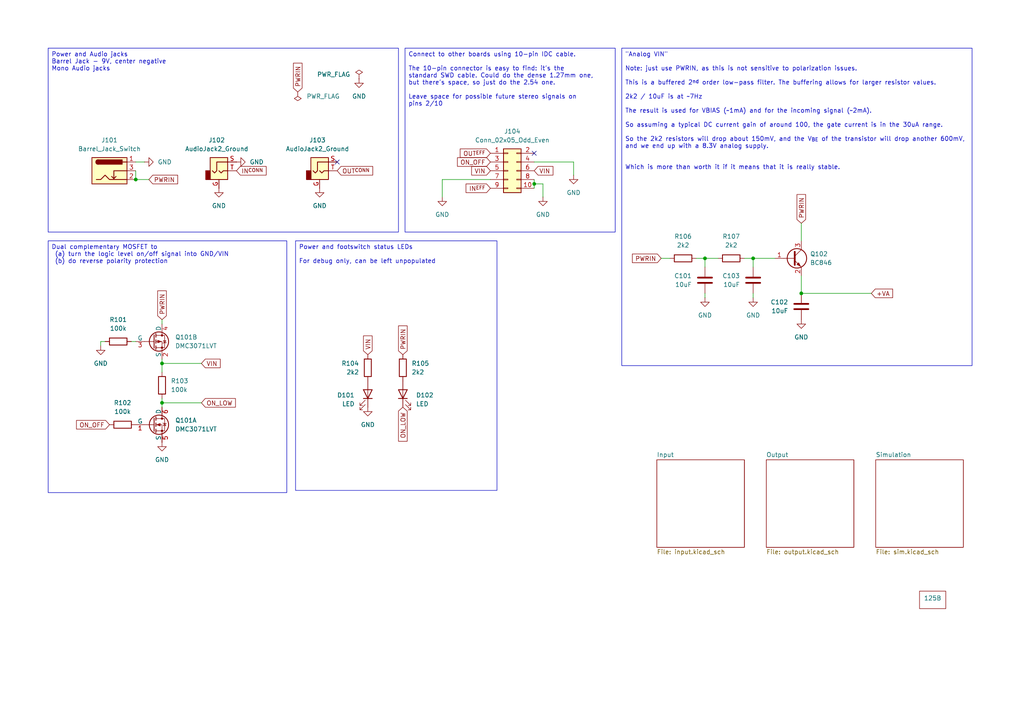
<source format=kicad_sch>
(kicad_sch (version 20250114) (generator "eeschema") (generator_version "9.0")
  (paper "A4")
  (title_block (title "Pedal Input board") (date "2025-08-18") (rev "v1.0"))
  (lib_symbols
    (symbol "Connector:Barrel_Jack_Switch" (pin_names (hide yes))
      (property "Reference" "J" (at 0 5.334 0))
      (property "Value" "Barrel_Jack_Switch" (at 0 -5.08 0))
      (symbol "Barrel_Jack_Switch_0_1"
        (rectangle (start -5.08 3.81) (end 5.08 -3.81) (stroke (width 0.254)) (fill (type background)))
        (polyline (pts (xy -3.81 -2.54) (xy -2.54 -2.54) (xy -1.27 -1.27) (xy 0 -2.54) (xy 2.54 -2.54) (xy 5.08 -2.54)) (stroke (width 0.254)))
        (arc (start -3.302 1.905) (mid -3.9343 2.54) (end -3.302 3.175) (stroke (width 0.254)))
        (arc (start -3.302 1.905) (mid -3.9343 2.54) (end -3.302 3.175) (stroke (width 0.254)) (fill (type outline)))
        (polyline (pts (xy 1.27 -2.286) (xy 1.905 -1.651)) (stroke (width 0.254)))
        (rectangle (start 3.683 3.175) (end -3.302 1.905) (stroke (width 0.254)) (fill (type outline)))
        (polyline (pts (xy 5.08 2.54) (xy 3.81 2.54)) (stroke (width 0.254)))
        (polyline (pts (xy 5.08 0) (xy 1.27 0) (xy 1.27 -2.286) (xy 0.635 -1.651)) (stroke (width 0.254)))
      )
      (symbol "Barrel_Jack_Switch_1_1"
        (pin passive line (at 7.62 2.54 180) (length 2.54) (name "~") (number "1"))
        (pin passive line (at 7.62 0 180) (length 2.54) (name "~") (number "3"))
        (pin passive line (at 7.62 -2.54 180) (length 2.54) (name "~") (number "2"))
      )
    )
    (symbol "Connector_Audio:AudioJack2_Ground"
      (property "Reference" "J" (at 0 8.89 0))
      (property "Value" "AudioJack2_Ground" (at 0 6.35 0))
      (symbol "AudioJack2_Ground_0_1"
        (rectangle (start -2.54 -2.54) (end -3.81 0) (stroke (width 0.254)) (fill (type outline)))
        (polyline (pts (xy 0 0) (xy 0.635 -0.635) (xy 1.27 0) (xy 2.54 0)) (stroke (width 0.254)))
        (rectangle (start 2.54 3.81) (end -2.54 -2.54) (stroke (width 0.254)) (fill (type background)))
        (polyline (pts (xy 2.54 2.54) (xy -0.635 2.54) (xy -0.635 0) (xy -1.27 -0.635) (xy -1.905 0)) (stroke (width 0.254)))
      )
      (symbol "AudioJack2_Ground_1_1"
        (pin passive line (at 0 -5.08 90) (length 2.54) (name "~") (number "G"))
        (pin passive line (at 5.08 2.54 180) (length 2.54) (name "~") (number "S"))
        (pin passive line (at 5.08 0 180) (length 2.54) (name "~") (number "T"))
      )
    )
    (symbol "Connector_Generic:Conn_02x05_Odd_Even" (pin_names (offset 1.016) (hide yes))
      (property "Reference" "J" (at 1.27 7.62 0))
      (property "Value" "Conn_02x05_Odd_Even" (at 1.27 -7.62 0))
      (symbol "Conn_02x05_Odd_Even_1_1"
        (rectangle (start -1.27 6.35) (end 3.81 -6.35) (stroke (width 0.254)) (fill (type background)))
        (rectangle (start -1.27 5.207) (end 0 4.953) (stroke (width 0.1524)))
        (rectangle (start -1.27 2.667) (end 0 2.413) (stroke (width 0.1524)))
        (rectangle (start -1.27 0.127) (end 0 -0.127) (stroke (width 0.1524)))
        (rectangle (start -1.27 -2.413) (end 0 -2.667) (stroke (width 0.1524)))
        (rectangle (start -1.27 -4.953) (end 0 -5.207) (stroke (width 0.1524)))
        (rectangle (start 3.81 5.207) (end 2.54 4.953) (stroke (width 0.1524)))
        (rectangle (start 3.81 2.667) (end 2.54 2.413) (stroke (width 0.1524)))
        (rectangle (start 3.81 0.127) (end 2.54 -0.127) (stroke (width 0.1524)))
        (rectangle (start 3.81 -2.413) (end 2.54 -2.667) (stroke (width 0.1524)))
        (rectangle (start 3.81 -4.953) (end 2.54 -5.207) (stroke (width 0.1524)))
        (pin passive line (at -5.08 5.08 0) (length 3.81) (name "Pin_1") (number "1"))
        (pin passive line (at -5.08 2.54 0) (length 3.81) (name "Pin_3") (number "3"))
        (pin passive line (at -5.08 0 0) (length 3.81) (name "Pin_5") (number "5"))
        (pin passive line (at -5.08 -2.54 0) (length 3.81) (name "Pin_7") (number "7"))
        (pin passive line (at -5.08 -5.08 0) (length 3.81) (name "Pin_9") (number "9"))
        (pin passive line (at 7.62 5.08 180) (length 3.81) (name "Pin_2") (number "2"))
        (pin passive line (at 7.62 2.54 180) (length 3.81) (name "Pin_4") (number "4"))
        (pin passive line (at 7.62 0 180) (length 3.81) (name "Pin_6") (number "6"))
        (pin passive line (at 7.62 -2.54 180) (length 3.81) (name "Pin_8") (number "8"))
        (pin passive line (at 7.62 -5.08 180) (length 3.81) (name "Pin_10") (number "10"))
      )
    )
    (symbol "Device:C" (pin_numbers (hide yes)) (pin_names (offset 0.254))
      (property "Reference" "C" (at 0.635 2.54 0))
      (property "Value" "C" (at 0.635 -2.54 0))
      (symbol "C_0_1"
        (polyline (pts (xy -2.032 0.762) (xy 2.032 0.762)) (stroke (width 0.508)))
        (polyline (pts (xy -2.032 -0.762) (xy 2.032 -0.762)) (stroke (width 0.508)))
      )
      (symbol "C_1_1"
        (pin passive line (at 0 3.81 270) (length 2.794) (name "~") (number "1"))
        (pin passive line (at 0 -3.81 90) (length 2.794) (name "~") (number "2"))
      )
    )
    (symbol "Device:LED" (pin_numbers (hide yes)) (pin_names (offset 1.016) (hide yes))
      (property "Reference" "D" (at 0 2.54 0))
      (property "Value" "LED" (at 0 -2.54 0))
      (symbol "LED_0_1"
        (polyline (pts (xy -3.048 -0.762) (xy -4.572 -2.286) (xy -3.81 -2.286) (xy -4.572 -2.286) (xy -4.572 -1.524)))
        (polyline (pts (xy -1.778 -0.762) (xy -3.302 -2.286) (xy -2.54 -2.286) (xy -3.302 -2.286) (xy -3.302 -1.524)))
        (polyline (pts (xy -1.27 0) (xy 1.27 0)))
        (polyline (pts (xy -1.27 -1.27) (xy -1.27 1.27)) (stroke (width 0.254)))
        (polyline (pts (xy 1.27 -1.27) (xy 1.27 1.27) (xy -1.27 0) (xy 1.27 -1.27)) (stroke (width 0.254)))
      )
      (symbol "LED_1_1"
        (pin passive line (at -3.81 0 0) (length 2.54) (name "K") (number "1"))
        (pin passive line (at 3.81 0 180) (length 2.54) (name "A") (number "2"))
      )
    )
    (symbol "Device:R" (pin_numbers (hide yes)) (pin_names (offset 0))
      (property "Reference" "R" (at 2.032 0 90))
      (property "Value" "R" (at 0 0 90))
      (symbol "R_0_1"
        (rectangle (start -1.016 -2.54) (end 1.016 2.54) (stroke (width 0.254)))
      )
      (symbol "R_1_1"
        (pin passive line (at 0 3.81 270) (length 1.27) (name "~") (number "1"))
        (pin passive line (at 0 -3.81 90) (length 1.27) (name "~") (number "2"))
      )
    )
    (symbol "Mylib:DMC3071LVT" (pin_names (offset 0))
      (property "Reference" "Q" (at 2.54 1.905 0))
      (property "Value" "DMC3071LVT" (at 2.54 0 0))
      (symbol "DMC3071LVT_0_1"
        (polyline (pts (xy -2.286 1.905) (xy -2.286 -1.905)) (stroke (width 0.254)))
        (polyline (pts (xy -2.286 0) (xy -5.08 0)))
        (polyline (pts (xy -1.778 2.286) (xy -1.778 1.27)) (stroke (width 0.254)))
        (polyline (pts (xy -1.778 0.508) (xy -1.778 -0.508)) (stroke (width 0.254)))
        (polyline (pts (xy -1.778 -1.27) (xy -1.778 -2.286)) (stroke (width 0.254)))
        (polyline (pts (xy -1.778 -1.778) (xy 0.762 -1.778) (xy 0.762 1.778) (xy -1.778 1.778)))
        (circle (center -0.889 0) (radius 2.794) (stroke (width 0.254)))
        (polyline (pts (xy 0 2.54) (xy 0 1.778)))
        (circle (center 0 1.778) (radius 0.254) (fill (type outline)))
        (circle (center 0 -1.778) (radius 0.254) (fill (type outline)))
        (polyline (pts (xy 0 -2.54) (xy 0 0) (xy -1.778 0)))
      )
      (symbol "DMC3071LVT_1_1"
        (polyline (pts (xy -1.524 0) (xy -0.508 0.381) (xy -0.508 -0.381) (xy -1.524 0)) (fill (type outline)))
        (polyline (pts (xy 0.254 0.508) (xy 0.381 0.381) (xy 1.143 0.381) (xy 1.27 0.254)))
        (polyline (pts (xy 0.762 0.381) (xy 0.381 -0.254) (xy 1.143 -0.254) (xy 0.762 0.381)))
        (pin passive line (at -7.62 0 0) (length 2.54) (name "G") (number "1"))
        (pin passive line (at 0 5.08 270) (length 2.54) (name "D") (number "6"))
        (pin passive line (at 0 -5.08 90) (length 2.54) (name "S") (number "5"))
      )
      (symbol "DMC3071LVT_2_1"
        (polyline (pts (xy -0.254 0) (xy -1.27 0.381) (xy -1.27 -0.381) (xy -0.254 0)) (fill (type outline)))
        (polyline (pts (xy 0.254 -0.508) (xy 0.381 -0.381) (xy 1.143 -0.381) (xy 1.27 -0.254)))
        (polyline (pts (xy 0.762 -0.381) (xy 0.381 0.254) (xy 1.143 0.254) (xy 0.762 -0.381)))
        (pin passive line (at -7.62 0 0) (length 2.54) (name "G") (number "3"))
        (pin passive line (at 0 5.08 270) (length 2.54) (name "D") (number "4"))
        (pin passive line (at 0 -5.08 90) (length 2.54) (name "S") (number "2"))
      )
    )
    (symbol "Mylib:Enclosure_125B" (exclude_from_sim yes) (in_bom no)
      (property "Reference" "Box" (at 0 0 0))
      (property "Value" "125B" (at 0 -2.54 0))
      (symbol "Enclosure_125B_0_1"
        (rectangle (start -3.81 1.27) (end 3.81 -3.81))
      )
    )
    (symbol "Transistor_BJT:BC846" (pin_names (offset 0) (hide yes))
      (property "Reference" "Q" (at 5.08 1.905 0))
      (property "Value" "BC846" (at 5.08 0 0))
      (symbol "BC846_0_1"
        (polyline (pts (xy -2.54 0) (xy 0.635 0)))
        (polyline (pts (xy 0.635 1.905) (xy 0.635 -1.905)) (stroke (width 0.508)))
        (circle (center 1.27 0) (radius 2.8194) (stroke (width 0.254)))
      )
      (symbol "BC846_1_1"
        (polyline (pts (xy 0.635 0.635) (xy 2.54 2.54)))
        (polyline (pts (xy 0.635 -0.635) (xy 2.54 -2.54)))
        (polyline (pts (xy 1.27 -1.778) (xy 1.778 -1.27) (xy 2.286 -2.286) (xy 1.27 -1.778)) (fill (type outline)))
        (pin input line (at -5.08 0 0) (length 2.54) (name "B") (number "1"))
        (pin passive line (at 2.54 5.08 270) (length 2.54) (name "C") (number "3"))
        (pin passive line (at 2.54 -5.08 90) (length 2.54) (name "E") (number "2"))
      )
    )
    (symbol "power:GND" (power) (pin_numbers (hide yes)) (pin_names (offset 0) (hide yes))
      (property "Value" "GND" (at 0 -3.81 0))
      (symbol "GND_0_1"
        (polyline (pts (xy 0 0) (xy 0 -1.27) (xy 1.27 -1.27) (xy 0 -2.54) (xy -1.27 -1.27) (xy 0 -1.27)))
      )
      (symbol "GND_1_1"
        (pin power_in line (at 0 0 270) (length 0) (name "~") (number "1"))
      )
    )
    (symbol "power:PWR_FLAG" (power) (pin_numbers (hide yes)) (pin_names (offset 0) (hide yes))
      (property "Value" "PWR_FLAG" (at 0 3.81 0))
      (symbol "PWR_FLAG_0_0"
        (pin power_out line (at 0 0 90) (length 0) (name "~") (number "1"))
      )
      (symbol "PWR_FLAG_0_1"
        (polyline (pts (xy 0 0) (xy 0 1.27) (xy -1.016 1.905) (xy 0 2.54) (xy 1.016 1.905) (xy 0 1.27)))
      )
    )
  )
  (text_box "Power and Audio jacks\nBarrel Jack - 9V, center negative\nMono Audio jacks" (at 13.97 13.97 0) (size 101.6 53.34) (margins 0.9525 0.9525 0.9525 0.9525) (effects (font (size 1.27 1.27)) (justify left top)))
  (text_box "Dual complementary MOSFET to\n (a) turn the logic level on/off signal into GND/VIN\n (b) do reverse polarity protection" (at 13.97 69.85 0) (size 69.215 73.025) (margins 0.9525 0.9525 0.9525 0.9525) (effects (font (size 1.27 1.27)) (justify left top)))
  (text_box "\"Analog VIN\"\n\nNote: just use PWRIN, as this is not sensitive to polarization issues.\n\nThis is a buffered 2^{nd} order low-pass filter. The buffering allows for larger resistor values.\n\n2k2 / 10uF is at ~7Hz\n\nThe result is used for VBIAS (~1mA) and for the incoming signal (~2mA).\n\nSo assuming a typical DC current gain of around 100, the gate current is in the 30uA range.\n\nSo the 2k2 resistors will drop about 150mV, and the V_{BE} of the transistor will drop another 600mV, and we end up with a 8.3V analog supply. \n\n\nWhich is more than worth it if it means that it is really stable." (at 180.34 13.97 0) (size 101.6 92.075) (margins 0.9525 0.9525 0.9525 0.9525) (effects (font (size 1.27 1.27)) (justify left top)))
  (text_box "Power and footswitch status LEDs\n\nFor debug only, can be left unpopulated" (at 85.725 69.85 0) (size 58.42 72.39) (margins 0.9525 0.9525 0.9525 0.9525) (effects (font (size 1.27 1.27)) (justify left top)))
  (text_box "Connect to other boards using 10-pin IDC cable.\n\nThe 10-pin connector is easy to find: it's the\nstandard SWD cable. Could do the dense 1.27mm one,\nbut there's space, so just do the 2.54 one.\n\nLeave space for possible future stereo signals on\npins 2/10" (at 117.475 13.97 0) (size 60.96 53.34) (margins 0.9525 0.9525 0.9525 0.9525) (effects (font (size 1.27 1.27)) (justify left top)))
  (junction (at 46.99 116.84))
  (junction (at 232.41 85.09))
  (junction (at 204.47 74.93))
  (junction (at 154.94 53.34))
  (junction (at 218.44 74.93))
  (junction (at 46.99 105.41))
  (junction (at 39.37 52.07))
  (no_connect (at 97.79 46.99))
  (no_connect (at 154.94 44.45))
  (wire (pts (xy 191.77 74.93) (xy 194.31 74.93)))
  (wire (pts (xy 29.21 99.06) (xy 30.48 99.06)))
  (wire (pts (xy 46.99 105.41) (xy 58.42 105.41)))
  (wire (pts (xy 128.27 52.07) (xy 142.24 52.07)))
  (wire (pts (xy 218.44 85.09) (xy 218.44 86.36)))
  (wire (pts (xy 204.47 85.09) (xy 204.47 86.36)))
  (wire (pts (xy 46.99 105.41) (xy 46.99 104.14)))
  (wire (pts (xy 166.37 50.8) (xy 166.37 46.99)))
  (wire (pts (xy 46.99 116.84) (xy 46.99 118.11)))
  (wire (pts (xy 154.94 53.34) (xy 154.94 52.07)))
  (wire (pts (xy 166.37 46.99) (xy 154.94 46.99)))
  (wire (pts (xy 232.41 85.09) (xy 252.73 85.09)))
  (wire (pts (xy 46.99 115.57) (xy 46.99 116.84)))
  (wire (pts (xy 232.41 64.77) (xy 232.41 69.85)))
  (wire (pts (xy 218.44 74.93) (xy 224.79 74.93)))
  (wire (pts (xy 232.41 80.01) (xy 232.41 85.09)))
  (wire (pts (xy 38.1 99.06) (xy 39.37 99.06)))
  (wire (pts (xy 46.99 116.84) (xy 58.42 116.84)))
  (wire (pts (xy 204.47 74.93) (xy 204.47 77.47)))
  (wire (pts (xy 29.21 100.33) (xy 29.21 99.06)))
  (wire (pts (xy 46.99 107.95) (xy 46.99 105.41)))
  (wire (pts (xy 46.99 93.98) (xy 46.99 92.71)))
  (wire (pts (xy 215.9 74.93) (xy 218.44 74.93)))
  (wire (pts (xy 39.37 52.07) (xy 43.18 52.07)))
  (wire (pts (xy 201.93 74.93) (xy 204.47 74.93)))
  (wire (pts (xy 39.37 46.99) (xy 41.91 46.99)))
  (wire (pts (xy 39.37 49.53) (xy 39.37 52.07)))
  (wire (pts (xy 128.27 52.07) (xy 128.27 57.15)))
  (wire (pts (xy 204.47 74.93) (xy 208.28 74.93)))
  (wire (pts (xy 218.44 74.93) (xy 218.44 77.47)))
  (wire (pts (xy 154.94 54.61) (xy 154.94 53.34)))
  (wire (pts (xy 154.94 53.34) (xy 157.48 53.34)))
  (wire (pts (xy 157.48 53.34) (xy 157.48 57.15)))
  (global_label "ON_LOW" (shape input) (at 58.42 116.84 0) (property "Intersheetrefs" "${INTERSHEET_REFS}" (effects (hide yes))))
  (global_label "IN^{EFF}" (shape input) (at 142.24 54.61 180) (property "Intersheetrefs" "${INTERSHEET_REFS}" (effects (hide yes))))
  (global_label "VIN" (shape input) (at 142.24 49.53 180) (property "Intersheetrefs" "${INTERSHEET_REFS}" (effects (hide yes))))
  (global_label "VIN" (shape input) (at 106.68 102.87 90) (property "Intersheetrefs" "${INTERSHEET_REFS}" (effects (hide yes))))
  (global_label "OUT^{CONN}" (shape input) (at 97.79 49.53 0) (property "Intersheetrefs" "${INTERSHEET_REFS}" (effects (hide yes))))
  (global_label "PWRIN" (shape input) (at 191.77 74.93 180) (property "Intersheetrefs" "${INTERSHEET_REFS}" (effects (hide yes))))
  (global_label "ON_OFF" (shape input) (at 142.24 46.99 180) (property "Intersheetrefs" "${INTERSHEET_REFS}" (effects (hide yes))))
  (global_label "VIN" (shape input) (at 58.42 105.41 0) (property "Intersheetrefs" "${INTERSHEET_REFS}" (effects (hide yes))))
  (global_label "IN^{CONN}" (shape input) (at 68.58 49.53 0) (property "Intersheetrefs" "${INTERSHEET_REFS}" (effects (hide yes))))
  (global_label "VIN" (shape input) (at 154.94 49.53 0) (property "Intersheetrefs" "${INTERSHEET_REFS}" (effects (hide yes))))
  (global_label "PWRIN" (shape input) (at 86.36 26.67 90) (property "Intersheetrefs" "${INTERSHEET_REFS}" (effects (hide yes))))
  (global_label "PWRIN" (shape input) (at 43.18 52.07 0) (property "Intersheetrefs" "${INTERSHEET_REFS}" (effects (hide yes))))
  (global_label "ON_LOW" (shape input) (at 116.84 118.11 270) (property "Intersheetrefs" "${INTERSHEET_REFS}" (effects (hide yes))))
  (global_label "OUT^{EFF}" (shape input) (at 142.24 44.45 180) (property "Intersheetrefs" "${INTERSHEET_REFS}" (effects (hide yes))))
  (global_label "PWRIN" (shape input) (at 232.41 64.77 90) (property "Intersheetrefs" "${INTERSHEET_REFS}" (effects (hide yes))))
  (global_label "+VA" (shape input) (at 252.73 85.09 0) (property "Intersheetrefs" "${INTERSHEET_REFS}" (effects (hide yes))))
  (global_label "ON_OFF" (shape input) (at 31.75 123.19 180) (property "Intersheetrefs" "${INTERSHEET_REFS}" (effects (hide yes))))
  (global_label "PWRIN" (shape input) (at 116.84 102.87 90) (property "Intersheetrefs" "${INTERSHEET_REFS}" (effects (hide yes))))
  (global_label "PWRIN" (shape input) (at 46.99 92.71 90) (property "Intersheetrefs" "${INTERSHEET_REFS}" (effects (hide yes))))
  (symbol (lib_id "Device:C") (at 232.41 88.9 0) (mirror y) (unit 1)
    (property "Reference" "C102" (at 228.6 87.6299 0) (effects (justify left)))
    (property "Value" "10uF" (at 228.6 90.1699 0) (effects (justify left)))
    (property "Footprint" "Capacitor_SMD:C_1206_3216Metric" (effects (hide yes)))
    (property "Description" "Unpolarized capacitor" (effects (hide yes)))
  )
  (symbol (lib_id "Connector_Audio:AudioJack2_Ground") (at 63.5 49.53 0) (unit 1) (exclude_from_sim yes)
    (property "Reference" "J102" (at 62.865 40.64 0))
    (property "Value" "AudioJack2_Ground" (at 62.865 43.18 0))
    (property "Footprint" "Mylib:CK-6.35" (effects (hide yes)))
    (property "Description" "Audio Jack, 2 Poles (Mono / TS), Grounded Sleeve" (effects (hide yes)))
  )
  (symbol (lib_id "power:GND") (at 68.58 46.99 90) (unit 1)
    (property "Reference" "#PWR0105" (effects (hide yes)))
    (property "Value" "GND" (at 72.39 46.9899 90) (effects (justify right)))
    (property "Description" "Power symbol creates a global label with name \"GND\" , ground" (effects (hide yes)))
  )
  (symbol (lib_id "power:GND") (at 204.47 86.36 0) (unit 1)
    (property "Reference" "#PWR0112" (effects (hide yes)))
    (property "Value" "GND" (at 204.47 91.44 0))
    (property "Description" "Power symbol creates a global label with name \"GND\" , ground" (effects (hide yes)))
  )
  (symbol (lib_id "Device:R") (at 106.68 106.68 0) (mirror y) (unit 1)
    (property "Reference" "R104" (at 104.14 105.4099 0) (effects (justify left)))
    (property "Value" "2k2" (at 104.14 107.9499 0) (effects (justify left)))
    (property "Footprint" "Resistor_SMD:R_0805_2012Metric" (effects (hide yes)))
    (property "Description" "Resistor" (effects (hide yes)))
  )
  (symbol (lib_id "Device:LED") (at 106.68 114.3 270) (mirror x) (unit 1)
    (property "Reference" "D101" (at 102.87 114.6174 90) (effects (justify right)))
    (property "Value" "LED" (at 102.87 117.1574 90) (effects (justify right)))
    (property "Footprint" "LED_SMD:LED_0805_2012Metric" (effects (hide yes)))
    (property "Description" "Light emitting diode" (effects (hide yes)))
    (property "Sim.Pins" "1=K 2=A" (effects (hide yes)))
    (property "Sim.Device" "D" (effects (hide yes)))
  )
  (symbol (lib_id "Mylib:DMC3071LVT") (at 46.99 99.06 0) (unit 2)
    (property "Reference" "Q101" (at 50.8 97.7899 0) (effects (justify left)))
    (property "Value" "DMC3071LVT" (at 50.8 100.3299 0) (effects (justify left)))
    (property "Footprint" "Package_TO_SOT_SMD:TSOT-23-6" (effects (hide yes)))
    (property "Datasheet" "https://www.diodes.com/datasheet/download/DMC3071LVT.pdf" (effects (hide yes)))
    (property "Description" "Complementary pair enhancement mode MOSFET, TSOT-23-6" (effects (hide yes)))
    (property "Sim.Library" "${TOPLEVEL}/symbols/DMC3071LVT.lib" (effects (hide yes)))
    (property "Sim.Name" "DMC3071LVT" (effects (hide yes)))
    (property "Sim.Device" "SUBCKT" (effects (hide yes)))
    (property "Sim.Pins" "1=G1 2=S2 3=G2 4=D2 5=S1 6=D1" (effects (hide yes)))
  )
  (symbol (lib_id "Device:R") (at 198.12 74.93 90) (unit 1)
    (property "Reference" "R106" (at 198.12 68.58 90))
    (property "Value" "2k2" (at 198.12 71.12 90))
    (property "Footprint" "Resistor_SMD:R_0805_2012Metric" (effects (hide yes)))
    (property "Description" "Resistor" (effects (hide yes)))
  )
  (symbol (lib_id "Device:R") (at 35.56 123.19 90) (unit 1)
    (property "Reference" "R102" (at 35.56 116.84 90))
    (property "Value" "100k" (at 35.56 119.38 90))
    (property "Footprint" "Resistor_SMD:R_0805_2012Metric" (effects (hide yes)))
    (property "Description" "Resistor" (effects (hide yes)))
  )
  (symbol (lib_id "power:GND") (at 166.37 50.8 0) (unit 1)
    (property "Reference" "#PWR0111" (effects (hide yes)))
    (property "Value" "GND" (at 166.37 55.88 0))
    (property "Description" "Power symbol creates a global label with name \"GND\" , ground" (effects (hide yes)))
  )
  (symbol (lib_id "Connector:Barrel_Jack_Switch") (at 31.75 49.53 0) (unit 1) (exclude_from_sim yes)
    (property "Reference" "J101" (at 31.75 40.64 0))
    (property "Value" "Barrel_Jack_Switch" (at 31.75 43.18 0))
    (property "Footprint" "Connector_BarrelJack:BarrelJack_Wuerth_6941xx301002" (effects (hide yes)))
    (property "Description" "DC Barrel Jack with an internal switch" (effects (hide yes)))
  )
  (symbol (lib_id "Device:R") (at 34.29 99.06 270) (unit 1)
    (property "Reference" "R101" (at 34.29 92.71 90))
    (property "Value" "100k" (at 34.29 95.25 90))
    (property "Footprint" "Resistor_SMD:R_0805_2012Metric" (effects (hide yes)))
    (property "Description" "Resistor" (effects (hide yes)))
  )
  (symbol (lib_id "power:PWR_FLAG") (at 86.36 26.67 180) (unit 1)
    (property "Reference" "#FLG0101" (effects (hide yes)))
    (property "Value" "PWR_FLAG" (at 88.9 27.9399 0) (effects (justify right)))
    (property "Description" "Special symbol for telling ERC where power comes from" (effects (hide yes)))
  )
  (symbol (lib_id "power:GND") (at 92.71 54.61 0) (unit 1)
    (property "Reference" "#PWR0106" (effects (hide yes)))
    (property "Value" "GND" (at 92.71 59.69 0))
    (property "Description" "Power symbol creates a global label with name \"GND\" , ground" (effects (hide yes)))
  )
  (symbol (lib_id "Mylib:DMC3071LVT") (at 46.99 123.19 0) (unit 1)
    (property "Reference" "Q101" (at 50.8 121.9199 0) (effects (justify left)))
    (property "Value" "DMC3071LVT" (at 50.8 124.4599 0) (effects (justify left)))
    (property "Footprint" "Package_TO_SOT_SMD:TSOT-23-6" (effects (hide yes)))
    (property "Datasheet" "https://www.diodes.com/datasheet/download/DMC3071LVT.pdf" (effects (hide yes)))
    (property "Description" "Complementary pair enhancement mode MOSFET, TSOT-23-6" (effects (hide yes)))
    (property "Sim.Library" "${TOPLEVEL}/symbols/DMC3071LVT.lib" (effects (hide yes)))
    (property "Sim.Name" "DMC3071LVT" (effects (hide yes)))
    (property "Sim.Device" "SUBCKT" (effects (hide yes)))
    (property "Sim.Pins" "1=G1 2=S2 3=G2 4=D2 5=S1 6=D1" (effects (hide yes)))
  )
  (symbol (lib_id "power:GND") (at 104.14 22.86 0) (unit 1)
    (property "Reference" "#PWR0107" (effects (hide yes)))
    (property "Value" "GND" (at 104.14 27.94 0))
    (property "Description" "Power symbol creates a global label with name \"GND\" , ground" (effects (hide yes)))
  )
  (symbol (lib_id "Transistor_BJT:BC846") (at 229.87 74.93 0) (unit 1)
    (property "Reference" "Q102" (at 234.95 73.6599 0) (effects (justify left)))
    (property "Value" "BC846" (at 234.95 76.1999 0) (effects (justify left)))
    (property "Footprint" "Package_TO_SOT_SMD:SOT-23" (effects (hide yes)))
    (property "Datasheet" "https://assets.nexperia.com/documents/data-sheet/BC846_SER.pdf" (effects (hide yes)))
    (property "Description" "0.1A Ic, 65V Vce, NPN Transistor, SOT-23" (effects (hide yes)))
    (property "Sim.Library" "/home/torvalds/KiCad/sim/BC846.txt" (effects (hide yes)))
    (property "Sim.Name" "BC846" (effects (hide yes)))
    (property "Sim.Device" "SUBCKT" (effects (hide yes)))
    (property "Sim.Pins" "1=2 2=3 3=1" (effects (hide yes)))
  )
  (symbol (lib_id "power:GND") (at 232.41 92.71 0) (unit 1)
    (property "Reference" "#PWR0113" (effects (hide yes)))
    (property "Value" "GND" (at 232.41 97.79 0))
    (property "Description" "Power symbol creates a global label with name \"GND\" , ground" (effects (hide yes)))
  )
  (symbol (lib_id "Mylib:Enclosure_125B") (at 270.51 172.72 0) (unit 1) (exclude_from_sim yes) (in_bom no)
    (property "Reference" "Box101" (effects (hide yes)))
    (property "Value" "125B" (at 270.51 173.482 0))
    (property "Footprint" "Mylib:125B" (effects (hide yes)))
    (property "Description" "125B enclosure outline" (effects (hide yes)))
  )
  (symbol (lib_id "Device:C") (at 218.44 81.28 0) (mirror y) (unit 1)
    (property "Reference" "C103" (at 214.63 80.0099 0) (effects (justify left)))
    (property "Value" "10uF" (at 214.63 82.5499 0) (effects (justify left)))
    (property "Footprint" "Capacitor_SMD:C_1206_3216Metric" (effects (hide yes)))
    (property "Description" "Unpolarized capacitor" (effects (hide yes)))
  )
  (symbol (lib_id "power:GND") (at 128.27 57.15 0) (unit 1)
    (property "Reference" "#PWR0109" (effects (hide yes)))
    (property "Value" "GND" (at 128.27 62.23 0))
    (property "Description" "Power symbol creates a global label with name \"GND\" , ground" (effects (hide yes)))
  )
  (symbol (lib_id "Connector_Generic:Conn_02x05_Odd_Even") (at 147.32 49.53 0) (unit 1) (exclude_from_sim yes)
    (property "Reference" "J104" (at 148.59 38.1 0))
    (property "Value" "Conn_02x05_Odd_Even" (at 148.59 40.64 0))
    (property "Footprint" "Connector_IDC:IDC-Header_2x05_P2.54mm_Horizontal" (effects (hide yes)))
    (property "Description" "Generic connector, double row, 02x05, odd/even pin numbering scheme (row 1 odd numbers, row 2 even numbers), script generated (kicad-library-utils/schlib/autogen/connector/)" (effects (hide yes)))
  )
  (symbol (lib_id "Device:C") (at 204.47 81.28 0) (mirror y) (unit 1)
    (property "Reference" "C101" (at 200.66 80.0099 0) (effects (justify left)))
    (property "Value" "10uF" (at 200.66 82.5499 0) (effects (justify left)))
    (property "Footprint" "Capacitor_SMD:C_1206_3216Metric" (effects (hide yes)))
    (property "Description" "Unpolarized capacitor" (effects (hide yes)))
  )
  (symbol (lib_id "power:GND") (at 46.99 128.27 0) (unit 1)
    (property "Reference" "#PWR0103" (effects (hide yes)))
    (property "Value" "GND" (at 46.99 133.35 0))
    (property "Description" "Power symbol creates a global label with name \"GND\" , ground" (effects (hide yes)))
  )
  (symbol (lib_id "Device:LED") (at 116.84 114.3 90) (unit 1)
    (property "Reference" "D102" (at 120.65 114.6174 90) (effects (justify right)))
    (property "Value" "LED" (at 120.65 117.1574 90) (effects (justify right)))
    (property "Footprint" "LED_SMD:LED_0805_2012Metric" (effects (hide yes)))
    (property "Description" "Light emitting diode" (effects (hide yes)))
    (property "Sim.Pins" "1=K 2=A" (effects (hide yes)))
    (property "Sim.Device" "D" (effects (hide yes)))
  )
  (symbol (lib_id "Device:R") (at 46.99 111.76 0) (unit 1)
    (property "Reference" "R103" (at 49.53 110.4899 0) (effects (justify left)))
    (property "Value" "100k" (at 49.53 113.0299 0) (effects (justify left)))
    (property "Footprint" "Resistor_SMD:R_0805_2012Metric" (effects (hide yes)))
    (property "Description" "Resistor" (effects (hide yes)))
  )
  (symbol (lib_id "power:PWR_FLAG") (at 104.14 22.86 0) (mirror y) (unit 1)
    (property "Reference" "#FLG0102" (effects (hide yes)))
    (property "Value" "PWR_FLAG" (at 101.6 21.5899 0) (effects (justify left)))
    (property "Description" "Special symbol for telling ERC where power comes from" (effects (hide yes)))
  )
  (symbol (lib_id "power:GND") (at 41.91 46.99 90) (unit 1)
    (property "Reference" "#PWR0102" (effects (hide yes)))
    (property "Value" "GND" (at 45.72 46.9899 90) (effects (justify right)))
    (property "Description" "Power symbol creates a global label with name \"GND\" , ground" (effects (hide yes)))
  )
  (symbol (lib_id "power:GND") (at 218.44 86.36 0) (unit 1)
    (property "Reference" "#PWR0114" (effects (hide yes)))
    (property "Value" "GND" (at 218.44 91.44 0))
    (property "Description" "Power symbol creates a global label with name \"GND\" , ground" (effects (hide yes)))
  )
  (symbol (lib_id "power:GND") (at 106.68 118.11 0) (unit 1)
    (property "Reference" "#PWR0108" (effects (hide yes)))
    (property "Value" "GND" (at 106.68 123.19 0))
    (property "Description" "Power symbol creates a global label with name \"GND\" , ground" (effects (hide yes)))
  )
  (symbol (lib_id "power:GND") (at 157.48 57.15 0) (unit 1)
    (property "Reference" "#PWR0110" (effects (hide yes)))
    (property "Value" "GND" (at 157.48 62.23 0))
    (property "Description" "Power symbol creates a global label with name \"GND\" , ground" (effects (hide yes)))
  )
  (symbol (lib_id "Connector_Audio:AudioJack2_Ground") (at 92.71 49.53 0) (unit 1) (exclude_from_sim yes)
    (property "Reference" "J103" (at 92.075 40.64 0))
    (property "Value" "AudioJack2_Ground" (at 92.075 43.18 0))
    (property "Footprint" "Mylib:CK-6.35" (effects (hide yes)))
    (property "Description" "Audio Jack, 2 Poles (Mono / TS), Grounded Sleeve" (effects (hide yes)))
  )
  (symbol (lib_id "Device:R") (at 116.84 106.68 0) (unit 1)
    (property "Reference" "R105" (at 119.38 105.4099 0) (effects (justify left)))
    (property "Value" "2k2" (at 119.38 107.9499 0) (effects (justify left)))
    (property "Footprint" "Resistor_SMD:R_0805_2012Metric" (effects (hide yes)))
    (property "Description" "Resistor" (effects (hide yes)))
  )
  (symbol (lib_id "power:GND") (at 63.5 54.61 0) (unit 1)
    (property "Reference" "#PWR0104" (effects (hide yes)))
    (property "Value" "GND" (at 63.5 59.69 0))
    (property "Description" "Power symbol creates a global label with name \"GND\" , ground" (effects (hide yes)))
  )
  (symbol (lib_id "Device:R") (at 212.09 74.93 90) (unit 1)
    (property "Reference" "R107" (at 212.09 68.58 90))
    (property "Value" "2k2" (at 212.09 71.12 90))
    (property "Footprint" "Resistor_SMD:R_0805_2012Metric" (effects (hide yes)))
    (property "Description" "Resistor" (effects (hide yes)))
  )
  (symbol (lib_id "power:GND") (at 29.21 100.33 0) (unit 1)
    (property "Reference" "#PWR0101" (effects (hide yes)))
    (property "Value" "GND" (at 29.21 105.41 0))
    (property "Description" "Power symbol creates a global label with name \"GND\" , ground" (effects (hide yes)))
  )
  (sheet (at 222.25 133.35) (size 25.4 25.4) (stroke (width 0.1524))
    (property "Sheetname" "Output" (at 222.25 132.6384 0) (effects (justify left bottom)))
    (property "Sheetfile" "output.kicad_sch" (at 222.25 159.3346 0) (effects (justify left top)))
  )
  (sheet (at 254 133.35) (size 25.4 25.4) (stroke (width 0.1524))
    (property "Sheetname" "Simulation" (at 254 132.6384 0) (effects (justify left bottom)))
    (property "Sheetfile" "sim.kicad_sch" (at 254 159.3346 0) (effects (justify left top)))
  )
  (sheet (at 190.5 133.35) (size 25.4 25.4) (stroke (width 0.1524))
    (property "Sheetname" "Input" (at 190.5 132.6384 0) (effects (justify left bottom)))
    (property "Sheetfile" "input.kicad_sch" (at 190.5 159.3346 0) (effects (justify left top)))
  )
)
</source>
